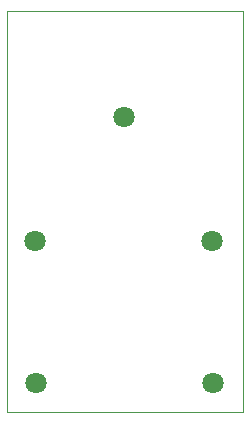
<source format=gbs>
G04*
G04 #@! TF.GenerationSoftware,Altium Limited,Altium Designer,22.2.1 (43)*
G04*
G04 Layer_Color=16711935*
%FSLAX42Y42*%
%MOMM*%
G71*
G04*
G04 #@! TF.SameCoordinates,DB8E118B-81D3-46FB-BB3D-5E7861096478*
G04*
G04*
G04 #@! TF.FilePolarity,Negative*
G04*
G01*
G75*
%ADD13C,0.10*%
%ADD17C,1.80*%
D13*
X0Y0D02*
Y3400D01*
X2000D01*
Y0D02*
Y3400D01*
X0Y0D02*
X2000D01*
D17*
X250Y250D02*
D03*
X1750D02*
D03*
X1740Y1450D02*
D03*
X240D02*
D03*
X996Y2500D02*
D03*
M02*

</source>
